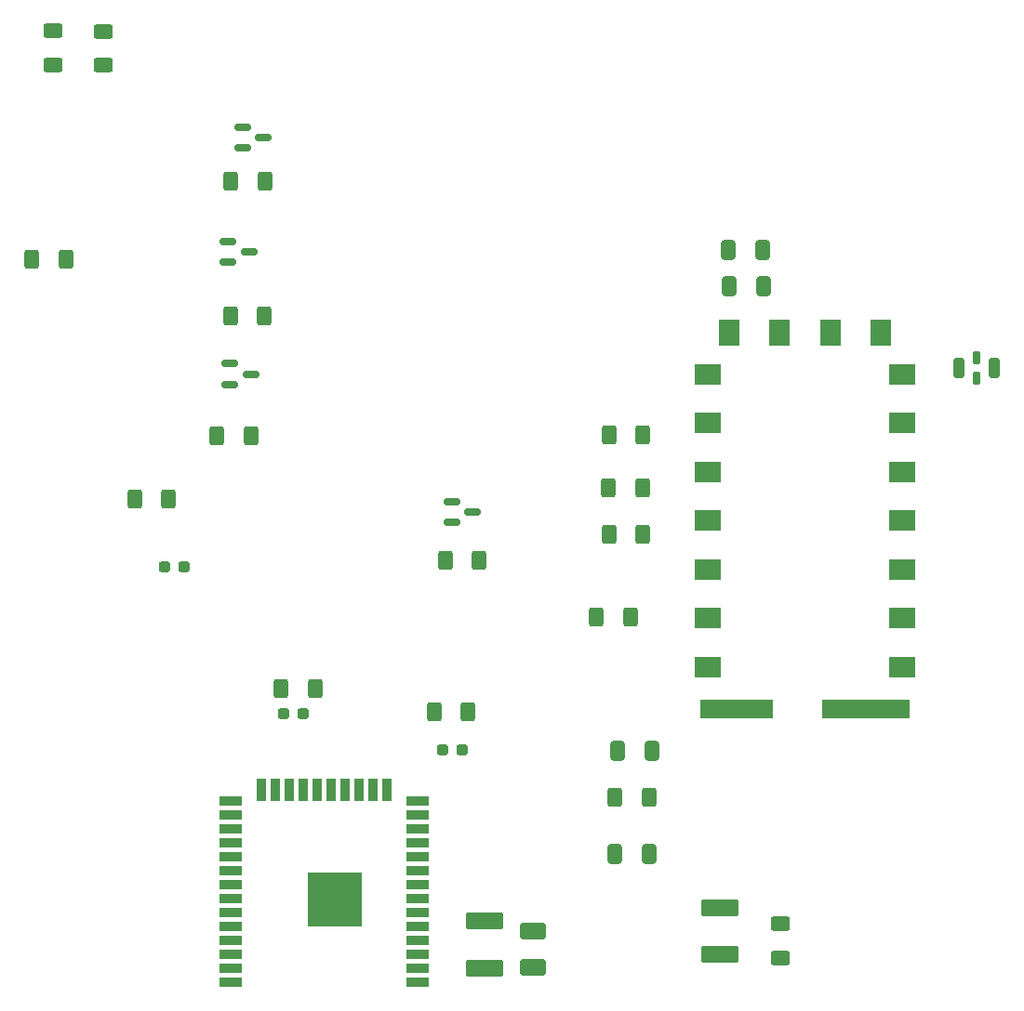
<source format=gbr>
%TF.GenerationSoftware,KiCad,Pcbnew,6.0.5-a6ca702e91~116~ubuntu22.04.1*%
%TF.CreationDate,2022-06-14T21:35:23-07:00*%
%TF.ProjectId,aprs-esp32,61707273-2d65-4737-9033-322e6b696361,v1.0.0*%
%TF.SameCoordinates,Original*%
%TF.FileFunction,Paste,Top*%
%TF.FilePolarity,Positive*%
%FSLAX46Y46*%
G04 Gerber Fmt 4.6, Leading zero omitted, Abs format (unit mm)*
G04 Created by KiCad (PCBNEW 6.0.5-a6ca702e91~116~ubuntu22.04.1) date 2022-06-14 21:35:23*
%MOMM*%
%LPD*%
G01*
G04 APERTURE LIST*
G04 Aperture macros list*
%AMRoundRect*
0 Rectangle with rounded corners*
0 $1 Rounding radius*
0 $2 $3 $4 $5 $6 $7 $8 $9 X,Y pos of 4 corners*
0 Add a 4 corners polygon primitive as box body*
4,1,4,$2,$3,$4,$5,$6,$7,$8,$9,$2,$3,0*
0 Add four circle primitives for the rounded corners*
1,1,$1+$1,$2,$3*
1,1,$1+$1,$4,$5*
1,1,$1+$1,$6,$7*
1,1,$1+$1,$8,$9*
0 Add four rect primitives between the rounded corners*
20,1,$1+$1,$2,$3,$4,$5,0*
20,1,$1+$1,$4,$5,$6,$7,0*
20,1,$1+$1,$6,$7,$8,$9,0*
20,1,$1+$1,$8,$9,$2,$3,0*%
G04 Aperture macros list end*
%ADD10RoundRect,0.250000X-0.400000X-0.625000X0.400000X-0.625000X0.400000X0.625000X-0.400000X0.625000X0*%
%ADD11RoundRect,0.250000X0.400000X0.625000X-0.400000X0.625000X-0.400000X-0.625000X0.400000X-0.625000X0*%
%ADD12R,5.000000X5.000000*%
%ADD13R,2.000000X0.900000*%
%ADD14R,0.900000X2.000000*%
%ADD15RoundRect,0.250000X-0.412500X-0.650000X0.412500X-0.650000X0.412500X0.650000X-0.412500X0.650000X0*%
%ADD16RoundRect,0.150000X-0.587500X-0.150000X0.587500X-0.150000X0.587500X0.150000X-0.587500X0.150000X0*%
%ADD17RoundRect,0.250000X-0.625000X0.400000X-0.625000X-0.400000X0.625000X-0.400000X0.625000X0.400000X0*%
%ADD18RoundRect,0.250000X1.450000X-0.537500X1.450000X0.537500X-1.450000X0.537500X-1.450000X-0.537500X0*%
%ADD19RoundRect,0.237500X0.287500X0.237500X-0.287500X0.237500X-0.287500X-0.237500X0.287500X-0.237500X0*%
%ADD20RoundRect,0.250000X-1.450000X0.537500X-1.450000X-0.537500X1.450000X-0.537500X1.450000X0.537500X0*%
%ADD21R,2.470000X1.880000*%
%ADD22R,1.880000X2.470000*%
%ADD23R,6.600000X1.800000*%
%ADD24R,8.000000X1.800000*%
%ADD25RoundRect,0.152500X-0.152500X-0.470000X0.152500X-0.470000X0.152500X0.470000X-0.152500X0.470000X0*%
%ADD26RoundRect,0.249600X-0.270400X-0.650400X0.270400X-0.650400X0.270400X0.650400X-0.270400X0.650400X0*%
%ADD27RoundRect,0.250001X-0.924999X0.499999X-0.924999X-0.499999X0.924999X-0.499999X0.924999X0.499999X0*%
%ADD28RoundRect,0.250000X0.412500X0.650000X-0.412500X0.650000X-0.412500X-0.650000X0.412500X-0.650000X0*%
G04 APERTURE END LIST*
D10*
%TO.C,R6*%
X76605000Y-78035000D03*
X79705000Y-78035000D03*
%TD*%
D11*
%TO.C,R2*%
X42192500Y-45875000D03*
X45292500Y-45875000D03*
%TD*%
D12*
%TO.C,ESP32-WROOM-32D1*%
X51650275Y-111341072D03*
D13*
X42150275Y-118841072D03*
X42150275Y-117571072D03*
X42150275Y-116301072D03*
X42150275Y-115031072D03*
X42150275Y-113761072D03*
X42150275Y-112491072D03*
X42150275Y-111221072D03*
X42150275Y-109951072D03*
X42150275Y-108681072D03*
X42150275Y-107411072D03*
X42150275Y-106141072D03*
X42150275Y-104871072D03*
X42150275Y-103601072D03*
X42150275Y-102331072D03*
D14*
X44935275Y-101331072D03*
X46205275Y-101331072D03*
X47475275Y-101331072D03*
X48745275Y-101331072D03*
X50015275Y-101331072D03*
X51285275Y-101331072D03*
X52555275Y-101331072D03*
X53825275Y-101331072D03*
X55095275Y-101331072D03*
X56365275Y-101331072D03*
D13*
X59150275Y-102331072D03*
X59150275Y-103601072D03*
X59150275Y-104871072D03*
X59150275Y-106141072D03*
X59150275Y-107411072D03*
X59150275Y-108681072D03*
X59150275Y-109951072D03*
X59150275Y-111221072D03*
X59150275Y-112491072D03*
X59150275Y-113761072D03*
X59150275Y-115031072D03*
X59150275Y-116301072D03*
X59150275Y-117571072D03*
X59150275Y-118841072D03*
%TD*%
D15*
%TO.C,C2*%
X87555000Y-55485000D03*
X90680000Y-55485000D03*
%TD*%
D16*
%TO.C,Q2*%
X42116500Y-62501600D03*
X42116500Y-64401600D03*
X43991500Y-63451600D03*
%TD*%
D17*
%TO.C,R12*%
X25997896Y-32172987D03*
X25997896Y-35272987D03*
%TD*%
D11*
%TO.C,R4*%
X64805000Y-80403800D03*
X61705000Y-80403800D03*
%TD*%
D18*
%TO.C,C3*%
X86679587Y-116330713D03*
X86679587Y-112055713D03*
%TD*%
D19*
%TO.C,D1*%
X37927500Y-80975000D03*
X36177500Y-80975000D03*
%TD*%
D11*
%TO.C,R14*%
X36515000Y-74795000D03*
X33415000Y-74795000D03*
%TD*%
D20*
%TO.C,C4*%
X65315000Y-117580000D03*
X65315000Y-113305000D03*
%TD*%
D16*
%TO.C,Q4*%
X41952500Y-51355000D03*
X41952500Y-53255000D03*
X43827500Y-52305000D03*
%TD*%
D19*
%TO.C,D2*%
X48767500Y-94375000D03*
X47017500Y-94375000D03*
%TD*%
D15*
%TO.C,C1*%
X87455000Y-52145000D03*
X90580000Y-52145000D03*
%TD*%
D10*
%TO.C,R7*%
X75465000Y-85625000D03*
X78565000Y-85625000D03*
%TD*%
D19*
%TO.C,D3*%
X63237500Y-97685000D03*
X61487500Y-97685000D03*
%TD*%
D11*
%TO.C,R15*%
X49855000Y-92145000D03*
X46755000Y-92145000D03*
%TD*%
D16*
%TO.C,Q1*%
X45170000Y-41895000D03*
X43295000Y-42845000D03*
X43295000Y-40945000D03*
%TD*%
D21*
%TO.C,U1*%
X85640000Y-90155000D03*
X85640000Y-85705000D03*
X85640000Y-81255000D03*
X85640000Y-76805000D03*
X85640000Y-72355000D03*
X85640000Y-67905000D03*
X85640000Y-63455000D03*
D22*
X87565000Y-59680000D03*
X92165000Y-59680000D03*
X96765000Y-59680000D03*
X101365000Y-59680000D03*
D21*
X103290000Y-63455000D03*
X103290000Y-67905000D03*
X103290000Y-72355000D03*
X103290000Y-76805000D03*
X103290000Y-81255000D03*
X103290000Y-85705000D03*
X103290000Y-90155000D03*
D23*
X88265000Y-93930000D03*
D24*
X99965000Y-93930000D03*
%TD*%
D25*
%TO.C,FL1*%
X110051659Y-61938766D03*
D26*
X111676659Y-62866266D03*
D25*
X110051659Y-63793766D03*
D26*
X108426659Y-62866266D03*
%TD*%
D16*
%TO.C,Q3*%
X62317500Y-75085000D03*
X62317500Y-76985000D03*
X64192500Y-76035000D03*
%TD*%
D10*
%TO.C,R10*%
X42140000Y-58165000D03*
X45240000Y-58165000D03*
%TD*%
%TO.C,R11*%
X76545000Y-73825000D03*
X79645000Y-73825000D03*
%TD*%
D27*
%TO.C,C5*%
X69725000Y-114245000D03*
X69725000Y-117495000D03*
%TD*%
D11*
%TO.C,R9*%
X80265000Y-102015000D03*
X77165000Y-102015000D03*
%TD*%
D28*
%TO.C,C6*%
X80537500Y-97815000D03*
X77412500Y-97815000D03*
%TD*%
D11*
%TO.C,R16*%
X63785000Y-94215000D03*
X60685000Y-94215000D03*
%TD*%
D10*
%TO.C,R1*%
X24042860Y-53006828D03*
X27142860Y-53006828D03*
%TD*%
D17*
%TO.C,R8*%
X92179187Y-113529917D03*
X92179187Y-116629917D03*
%TD*%
D10*
%TO.C,R5*%
X76615000Y-68985000D03*
X79715000Y-68985000D03*
%TD*%
D17*
%TO.C,R13*%
X30608653Y-32233974D03*
X30608653Y-35333974D03*
%TD*%
D28*
%TO.C,C7*%
X80243050Y-107175205D03*
X77118050Y-107175205D03*
%TD*%
D11*
%TO.C,R3*%
X43995000Y-69065000D03*
X40895000Y-69065000D03*
%TD*%
M02*

</source>
